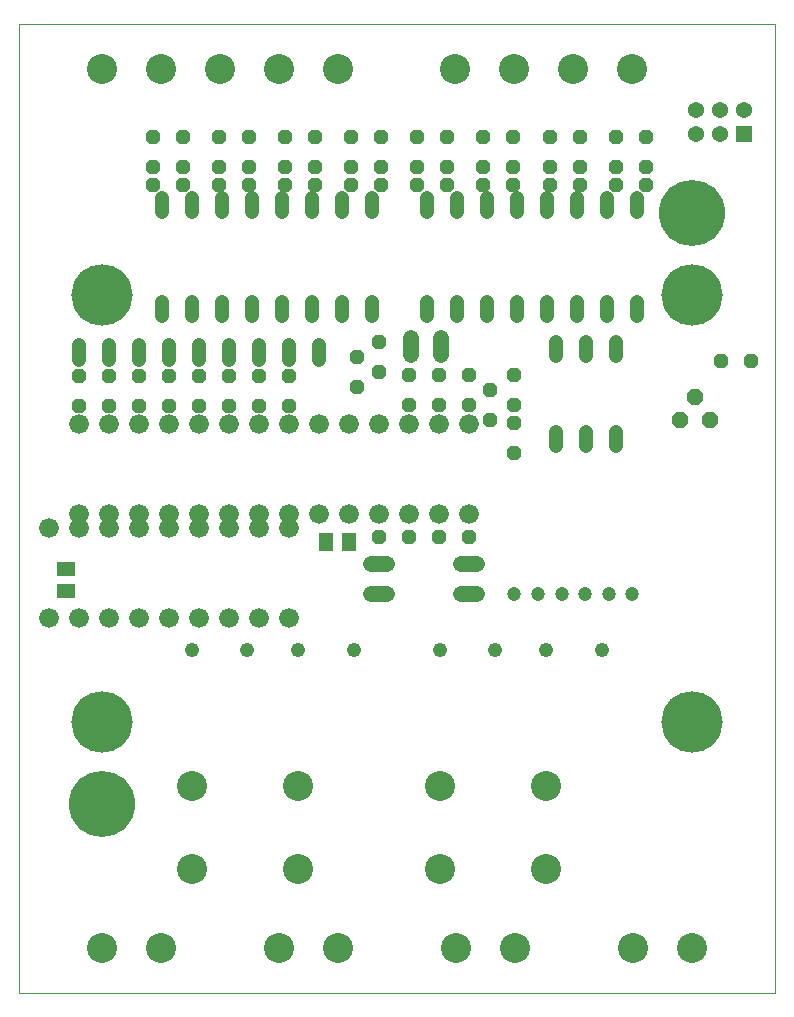
<source format=gbs>
G04 EAGLE Gerber RS-274X export*
G75*
%MOMM*%
%FSLAX34Y34*%
%LPD*%
%INStop Mask Bottom*%
%IPPOS*%
%AMOC8*
5,1,8,0,0,1.08239X$1,22.5*%
G01*
%ADD10C,0.000000*%
%ADD11C,2.500000*%
%ADD12C,2.200000*%
%ADD13C,2.540000*%
%ADD14C,5.200000*%
%ADD15C,5.600000*%
%ADD16R,1.300000X1.500000*%
%ADD17P,1.319650X8X292.500000*%
%ADD18P,1.319650X8X202.500000*%
%ADD19C,1.676400*%
%ADD20P,1.319650X8X112.500000*%
%ADD21C,1.219200*%
%ADD22C,1.219200*%
%ADD23C,1.333500*%
%ADD24C,1.350000*%
%ADD25C,1.950000*%
%ADD26P,1.319650X8X22.500000*%
%ADD27R,1.371600X1.371600*%
%ADD28C,1.371600*%
%ADD29C,1.371600*%
%ADD30P,1.461226X8X22.500000*%
%ADD31C,1.200000*%
%ADD32R,1.500000X1.300000*%


D10*
X0Y0D02*
X640000Y0D01*
X640000Y820000D01*
X0Y820000D01*
X0Y0D01*
X557500Y660000D02*
X557504Y660307D01*
X557515Y660613D01*
X557534Y660920D01*
X557560Y661225D01*
X557594Y661530D01*
X557635Y661834D01*
X557684Y662137D01*
X557740Y662439D01*
X557804Y662739D01*
X557875Y663037D01*
X557953Y663334D01*
X558038Y663629D01*
X558131Y663921D01*
X558231Y664211D01*
X558338Y664499D01*
X558452Y664784D01*
X558572Y665066D01*
X558700Y665344D01*
X558835Y665620D01*
X558976Y665892D01*
X559124Y666161D01*
X559278Y666426D01*
X559439Y666687D01*
X559607Y666945D01*
X559780Y667198D01*
X559960Y667446D01*
X560146Y667690D01*
X560337Y667930D01*
X560535Y668165D01*
X560738Y668394D01*
X560947Y668619D01*
X561161Y668839D01*
X561381Y669053D01*
X561606Y669262D01*
X561835Y669465D01*
X562070Y669663D01*
X562310Y669854D01*
X562554Y670040D01*
X562802Y670220D01*
X563055Y670393D01*
X563313Y670561D01*
X563574Y670722D01*
X563839Y670876D01*
X564108Y671024D01*
X564380Y671165D01*
X564656Y671300D01*
X564934Y671428D01*
X565216Y671548D01*
X565501Y671662D01*
X565789Y671769D01*
X566079Y671869D01*
X566371Y671962D01*
X566666Y672047D01*
X566963Y672125D01*
X567261Y672196D01*
X567561Y672260D01*
X567863Y672316D01*
X568166Y672365D01*
X568470Y672406D01*
X568775Y672440D01*
X569080Y672466D01*
X569387Y672485D01*
X569693Y672496D01*
X570000Y672500D01*
X570307Y672496D01*
X570613Y672485D01*
X570920Y672466D01*
X571225Y672440D01*
X571530Y672406D01*
X571834Y672365D01*
X572137Y672316D01*
X572439Y672260D01*
X572739Y672196D01*
X573037Y672125D01*
X573334Y672047D01*
X573629Y671962D01*
X573921Y671869D01*
X574211Y671769D01*
X574499Y671662D01*
X574784Y671548D01*
X575066Y671428D01*
X575344Y671300D01*
X575620Y671165D01*
X575892Y671024D01*
X576161Y670876D01*
X576426Y670722D01*
X576687Y670561D01*
X576945Y670393D01*
X577198Y670220D01*
X577446Y670040D01*
X577690Y669854D01*
X577930Y669663D01*
X578165Y669465D01*
X578394Y669262D01*
X578619Y669053D01*
X578839Y668839D01*
X579053Y668619D01*
X579262Y668394D01*
X579465Y668165D01*
X579663Y667930D01*
X579854Y667690D01*
X580040Y667446D01*
X580220Y667198D01*
X580393Y666945D01*
X580561Y666687D01*
X580722Y666426D01*
X580876Y666161D01*
X581024Y665892D01*
X581165Y665620D01*
X581300Y665344D01*
X581428Y665066D01*
X581548Y664784D01*
X581662Y664499D01*
X581769Y664211D01*
X581869Y663921D01*
X581962Y663629D01*
X582047Y663334D01*
X582125Y663037D01*
X582196Y662739D01*
X582260Y662439D01*
X582316Y662137D01*
X582365Y661834D01*
X582406Y661530D01*
X582440Y661225D01*
X582466Y660920D01*
X582485Y660613D01*
X582496Y660307D01*
X582500Y660000D01*
X582496Y659693D01*
X582485Y659387D01*
X582466Y659080D01*
X582440Y658775D01*
X582406Y658470D01*
X582365Y658166D01*
X582316Y657863D01*
X582260Y657561D01*
X582196Y657261D01*
X582125Y656963D01*
X582047Y656666D01*
X581962Y656371D01*
X581869Y656079D01*
X581769Y655789D01*
X581662Y655501D01*
X581548Y655216D01*
X581428Y654934D01*
X581300Y654656D01*
X581165Y654380D01*
X581024Y654108D01*
X580876Y653839D01*
X580722Y653574D01*
X580561Y653313D01*
X580393Y653055D01*
X580220Y652802D01*
X580040Y652554D01*
X579854Y652310D01*
X579663Y652070D01*
X579465Y651835D01*
X579262Y651606D01*
X579053Y651381D01*
X578839Y651161D01*
X578619Y650947D01*
X578394Y650738D01*
X578165Y650535D01*
X577930Y650337D01*
X577690Y650146D01*
X577446Y649960D01*
X577198Y649780D01*
X576945Y649607D01*
X576687Y649439D01*
X576426Y649278D01*
X576161Y649124D01*
X575892Y648976D01*
X575620Y648835D01*
X575344Y648700D01*
X575066Y648572D01*
X574784Y648452D01*
X574499Y648338D01*
X574211Y648231D01*
X573921Y648131D01*
X573629Y648038D01*
X573334Y647953D01*
X573037Y647875D01*
X572739Y647804D01*
X572439Y647740D01*
X572137Y647684D01*
X571834Y647635D01*
X571530Y647594D01*
X571225Y647560D01*
X570920Y647534D01*
X570613Y647515D01*
X570307Y647504D01*
X570000Y647500D01*
X569693Y647504D01*
X569387Y647515D01*
X569080Y647534D01*
X568775Y647560D01*
X568470Y647594D01*
X568166Y647635D01*
X567863Y647684D01*
X567561Y647740D01*
X567261Y647804D01*
X566963Y647875D01*
X566666Y647953D01*
X566371Y648038D01*
X566079Y648131D01*
X565789Y648231D01*
X565501Y648338D01*
X565216Y648452D01*
X564934Y648572D01*
X564656Y648700D01*
X564380Y648835D01*
X564108Y648976D01*
X563839Y649124D01*
X563574Y649278D01*
X563313Y649439D01*
X563055Y649607D01*
X562802Y649780D01*
X562554Y649960D01*
X562310Y650146D01*
X562070Y650337D01*
X561835Y650535D01*
X561606Y650738D01*
X561381Y650947D01*
X561161Y651161D01*
X560947Y651381D01*
X560738Y651606D01*
X560535Y651835D01*
X560337Y652070D01*
X560146Y652310D01*
X559960Y652554D01*
X559780Y652802D01*
X559607Y653055D01*
X559439Y653313D01*
X559278Y653574D01*
X559124Y653839D01*
X558976Y654108D01*
X558835Y654380D01*
X558700Y654656D01*
X558572Y654934D01*
X558452Y655216D01*
X558338Y655501D01*
X558231Y655789D01*
X558131Y656079D01*
X558038Y656371D01*
X557953Y656666D01*
X557875Y656963D01*
X557804Y657261D01*
X557740Y657561D01*
X557684Y657863D01*
X557635Y658166D01*
X557594Y658470D01*
X557560Y658775D01*
X557534Y659080D01*
X557515Y659387D01*
X557504Y659693D01*
X557500Y660000D01*
D11*
X570000Y660000D03*
D10*
X57500Y160000D02*
X57504Y160307D01*
X57515Y160613D01*
X57534Y160920D01*
X57560Y161225D01*
X57594Y161530D01*
X57635Y161834D01*
X57684Y162137D01*
X57740Y162439D01*
X57804Y162739D01*
X57875Y163037D01*
X57953Y163334D01*
X58038Y163629D01*
X58131Y163921D01*
X58231Y164211D01*
X58338Y164499D01*
X58452Y164784D01*
X58572Y165066D01*
X58700Y165344D01*
X58835Y165620D01*
X58976Y165892D01*
X59124Y166161D01*
X59278Y166426D01*
X59439Y166687D01*
X59607Y166945D01*
X59780Y167198D01*
X59960Y167446D01*
X60146Y167690D01*
X60337Y167930D01*
X60535Y168165D01*
X60738Y168394D01*
X60947Y168619D01*
X61161Y168839D01*
X61381Y169053D01*
X61606Y169262D01*
X61835Y169465D01*
X62070Y169663D01*
X62310Y169854D01*
X62554Y170040D01*
X62802Y170220D01*
X63055Y170393D01*
X63313Y170561D01*
X63574Y170722D01*
X63839Y170876D01*
X64108Y171024D01*
X64380Y171165D01*
X64656Y171300D01*
X64934Y171428D01*
X65216Y171548D01*
X65501Y171662D01*
X65789Y171769D01*
X66079Y171869D01*
X66371Y171962D01*
X66666Y172047D01*
X66963Y172125D01*
X67261Y172196D01*
X67561Y172260D01*
X67863Y172316D01*
X68166Y172365D01*
X68470Y172406D01*
X68775Y172440D01*
X69080Y172466D01*
X69387Y172485D01*
X69693Y172496D01*
X70000Y172500D01*
X70307Y172496D01*
X70613Y172485D01*
X70920Y172466D01*
X71225Y172440D01*
X71530Y172406D01*
X71834Y172365D01*
X72137Y172316D01*
X72439Y172260D01*
X72739Y172196D01*
X73037Y172125D01*
X73334Y172047D01*
X73629Y171962D01*
X73921Y171869D01*
X74211Y171769D01*
X74499Y171662D01*
X74784Y171548D01*
X75066Y171428D01*
X75344Y171300D01*
X75620Y171165D01*
X75892Y171024D01*
X76161Y170876D01*
X76426Y170722D01*
X76687Y170561D01*
X76945Y170393D01*
X77198Y170220D01*
X77446Y170040D01*
X77690Y169854D01*
X77930Y169663D01*
X78165Y169465D01*
X78394Y169262D01*
X78619Y169053D01*
X78839Y168839D01*
X79053Y168619D01*
X79262Y168394D01*
X79465Y168165D01*
X79663Y167930D01*
X79854Y167690D01*
X80040Y167446D01*
X80220Y167198D01*
X80393Y166945D01*
X80561Y166687D01*
X80722Y166426D01*
X80876Y166161D01*
X81024Y165892D01*
X81165Y165620D01*
X81300Y165344D01*
X81428Y165066D01*
X81548Y164784D01*
X81662Y164499D01*
X81769Y164211D01*
X81869Y163921D01*
X81962Y163629D01*
X82047Y163334D01*
X82125Y163037D01*
X82196Y162739D01*
X82260Y162439D01*
X82316Y162137D01*
X82365Y161834D01*
X82406Y161530D01*
X82440Y161225D01*
X82466Y160920D01*
X82485Y160613D01*
X82496Y160307D01*
X82500Y160000D01*
X82496Y159693D01*
X82485Y159387D01*
X82466Y159080D01*
X82440Y158775D01*
X82406Y158470D01*
X82365Y158166D01*
X82316Y157863D01*
X82260Y157561D01*
X82196Y157261D01*
X82125Y156963D01*
X82047Y156666D01*
X81962Y156371D01*
X81869Y156079D01*
X81769Y155789D01*
X81662Y155501D01*
X81548Y155216D01*
X81428Y154934D01*
X81300Y154656D01*
X81165Y154380D01*
X81024Y154108D01*
X80876Y153839D01*
X80722Y153574D01*
X80561Y153313D01*
X80393Y153055D01*
X80220Y152802D01*
X80040Y152554D01*
X79854Y152310D01*
X79663Y152070D01*
X79465Y151835D01*
X79262Y151606D01*
X79053Y151381D01*
X78839Y151161D01*
X78619Y150947D01*
X78394Y150738D01*
X78165Y150535D01*
X77930Y150337D01*
X77690Y150146D01*
X77446Y149960D01*
X77198Y149780D01*
X76945Y149607D01*
X76687Y149439D01*
X76426Y149278D01*
X76161Y149124D01*
X75892Y148976D01*
X75620Y148835D01*
X75344Y148700D01*
X75066Y148572D01*
X74784Y148452D01*
X74499Y148338D01*
X74211Y148231D01*
X73921Y148131D01*
X73629Y148038D01*
X73334Y147953D01*
X73037Y147875D01*
X72739Y147804D01*
X72439Y147740D01*
X72137Y147684D01*
X71834Y147635D01*
X71530Y147594D01*
X71225Y147560D01*
X70920Y147534D01*
X70613Y147515D01*
X70307Y147504D01*
X70000Y147500D01*
X69693Y147504D01*
X69387Y147515D01*
X69080Y147534D01*
X68775Y147560D01*
X68470Y147594D01*
X68166Y147635D01*
X67863Y147684D01*
X67561Y147740D01*
X67261Y147804D01*
X66963Y147875D01*
X66666Y147953D01*
X66371Y148038D01*
X66079Y148131D01*
X65789Y148231D01*
X65501Y148338D01*
X65216Y148452D01*
X64934Y148572D01*
X64656Y148700D01*
X64380Y148835D01*
X64108Y148976D01*
X63839Y149124D01*
X63574Y149278D01*
X63313Y149439D01*
X63055Y149607D01*
X62802Y149780D01*
X62554Y149960D01*
X62310Y150146D01*
X62070Y150337D01*
X61835Y150535D01*
X61606Y150738D01*
X61381Y150947D01*
X61161Y151161D01*
X60947Y151381D01*
X60738Y151606D01*
X60535Y151835D01*
X60337Y152070D01*
X60146Y152310D01*
X59960Y152554D01*
X59780Y152802D01*
X59607Y153055D01*
X59439Y153313D01*
X59278Y153574D01*
X59124Y153839D01*
X58976Y154108D01*
X58835Y154380D01*
X58700Y154656D01*
X58572Y154934D01*
X58452Y155216D01*
X58338Y155501D01*
X58231Y155789D01*
X58131Y156079D01*
X58038Y156371D01*
X57953Y156666D01*
X57875Y156963D01*
X57804Y157261D01*
X57740Y157561D01*
X57684Y157863D01*
X57635Y158166D01*
X57594Y158470D01*
X57560Y158775D01*
X57534Y159080D01*
X57515Y159387D01*
X57504Y159693D01*
X57500Y160000D01*
D11*
X70000Y160000D03*
D10*
X559000Y591000D02*
X559003Y591270D01*
X559013Y591540D01*
X559030Y591809D01*
X559053Y592078D01*
X559083Y592347D01*
X559119Y592614D01*
X559162Y592881D01*
X559211Y593146D01*
X559267Y593410D01*
X559330Y593673D01*
X559398Y593934D01*
X559474Y594193D01*
X559555Y594450D01*
X559643Y594706D01*
X559737Y594959D01*
X559837Y595210D01*
X559944Y595458D01*
X560056Y595703D01*
X560175Y595946D01*
X560299Y596185D01*
X560429Y596422D01*
X560565Y596655D01*
X560707Y596885D01*
X560854Y597111D01*
X561007Y597334D01*
X561165Y597553D01*
X561328Y597768D01*
X561497Y597978D01*
X561671Y598185D01*
X561850Y598387D01*
X562033Y598585D01*
X562222Y598778D01*
X562415Y598967D01*
X562613Y599150D01*
X562815Y599329D01*
X563022Y599503D01*
X563232Y599672D01*
X563447Y599835D01*
X563666Y599993D01*
X563889Y600146D01*
X564115Y600293D01*
X564345Y600435D01*
X564578Y600571D01*
X564815Y600701D01*
X565054Y600825D01*
X565297Y600944D01*
X565542Y601056D01*
X565790Y601163D01*
X566041Y601263D01*
X566294Y601357D01*
X566550Y601445D01*
X566807Y601526D01*
X567066Y601602D01*
X567327Y601670D01*
X567590Y601733D01*
X567854Y601789D01*
X568119Y601838D01*
X568386Y601881D01*
X568653Y601917D01*
X568922Y601947D01*
X569191Y601970D01*
X569460Y601987D01*
X569730Y601997D01*
X570000Y602000D01*
X570270Y601997D01*
X570540Y601987D01*
X570809Y601970D01*
X571078Y601947D01*
X571347Y601917D01*
X571614Y601881D01*
X571881Y601838D01*
X572146Y601789D01*
X572410Y601733D01*
X572673Y601670D01*
X572934Y601602D01*
X573193Y601526D01*
X573450Y601445D01*
X573706Y601357D01*
X573959Y601263D01*
X574210Y601163D01*
X574458Y601056D01*
X574703Y600944D01*
X574946Y600825D01*
X575185Y600701D01*
X575422Y600571D01*
X575655Y600435D01*
X575885Y600293D01*
X576111Y600146D01*
X576334Y599993D01*
X576553Y599835D01*
X576768Y599672D01*
X576978Y599503D01*
X577185Y599329D01*
X577387Y599150D01*
X577585Y598967D01*
X577778Y598778D01*
X577967Y598585D01*
X578150Y598387D01*
X578329Y598185D01*
X578503Y597978D01*
X578672Y597768D01*
X578835Y597553D01*
X578993Y597334D01*
X579146Y597111D01*
X579293Y596885D01*
X579435Y596655D01*
X579571Y596422D01*
X579701Y596185D01*
X579825Y595946D01*
X579944Y595703D01*
X580056Y595458D01*
X580163Y595210D01*
X580263Y594959D01*
X580357Y594706D01*
X580445Y594450D01*
X580526Y594193D01*
X580602Y593934D01*
X580670Y593673D01*
X580733Y593410D01*
X580789Y593146D01*
X580838Y592881D01*
X580881Y592614D01*
X580917Y592347D01*
X580947Y592078D01*
X580970Y591809D01*
X580987Y591540D01*
X580997Y591270D01*
X581000Y591000D01*
X580997Y590730D01*
X580987Y590460D01*
X580970Y590191D01*
X580947Y589922D01*
X580917Y589653D01*
X580881Y589386D01*
X580838Y589119D01*
X580789Y588854D01*
X580733Y588590D01*
X580670Y588327D01*
X580602Y588066D01*
X580526Y587807D01*
X580445Y587550D01*
X580357Y587294D01*
X580263Y587041D01*
X580163Y586790D01*
X580056Y586542D01*
X579944Y586297D01*
X579825Y586054D01*
X579701Y585815D01*
X579571Y585578D01*
X579435Y585345D01*
X579293Y585115D01*
X579146Y584889D01*
X578993Y584666D01*
X578835Y584447D01*
X578672Y584232D01*
X578503Y584022D01*
X578329Y583815D01*
X578150Y583613D01*
X577967Y583415D01*
X577778Y583222D01*
X577585Y583033D01*
X577387Y582850D01*
X577185Y582671D01*
X576978Y582497D01*
X576768Y582328D01*
X576553Y582165D01*
X576334Y582007D01*
X576111Y581854D01*
X575885Y581707D01*
X575655Y581565D01*
X575422Y581429D01*
X575185Y581299D01*
X574946Y581175D01*
X574703Y581056D01*
X574458Y580944D01*
X574210Y580837D01*
X573959Y580737D01*
X573706Y580643D01*
X573450Y580555D01*
X573193Y580474D01*
X572934Y580398D01*
X572673Y580330D01*
X572410Y580267D01*
X572146Y580211D01*
X571881Y580162D01*
X571614Y580119D01*
X571347Y580083D01*
X571078Y580053D01*
X570809Y580030D01*
X570540Y580013D01*
X570270Y580003D01*
X570000Y580000D01*
X569730Y580003D01*
X569460Y580013D01*
X569191Y580030D01*
X568922Y580053D01*
X568653Y580083D01*
X568386Y580119D01*
X568119Y580162D01*
X567854Y580211D01*
X567590Y580267D01*
X567327Y580330D01*
X567066Y580398D01*
X566807Y580474D01*
X566550Y580555D01*
X566294Y580643D01*
X566041Y580737D01*
X565790Y580837D01*
X565542Y580944D01*
X565297Y581056D01*
X565054Y581175D01*
X564815Y581299D01*
X564578Y581429D01*
X564345Y581565D01*
X564115Y581707D01*
X563889Y581854D01*
X563666Y582007D01*
X563447Y582165D01*
X563232Y582328D01*
X563022Y582497D01*
X562815Y582671D01*
X562613Y582850D01*
X562415Y583033D01*
X562222Y583222D01*
X562033Y583415D01*
X561850Y583613D01*
X561671Y583815D01*
X561497Y584022D01*
X561328Y584232D01*
X561165Y584447D01*
X561007Y584666D01*
X560854Y584889D01*
X560707Y585115D01*
X560565Y585345D01*
X560429Y585578D01*
X560299Y585815D01*
X560175Y586054D01*
X560056Y586297D01*
X559944Y586542D01*
X559837Y586790D01*
X559737Y587041D01*
X559643Y587294D01*
X559555Y587550D01*
X559474Y587807D01*
X559398Y588066D01*
X559330Y588327D01*
X559267Y588590D01*
X559211Y588854D01*
X559162Y589119D01*
X559119Y589386D01*
X559083Y589653D01*
X559053Y589922D01*
X559030Y590191D01*
X559013Y590460D01*
X559003Y590730D01*
X559000Y591000D01*
D12*
X570000Y591000D03*
D10*
X559000Y229000D02*
X559003Y229270D01*
X559013Y229540D01*
X559030Y229809D01*
X559053Y230078D01*
X559083Y230347D01*
X559119Y230614D01*
X559162Y230881D01*
X559211Y231146D01*
X559267Y231410D01*
X559330Y231673D01*
X559398Y231934D01*
X559474Y232193D01*
X559555Y232450D01*
X559643Y232706D01*
X559737Y232959D01*
X559837Y233210D01*
X559944Y233458D01*
X560056Y233703D01*
X560175Y233946D01*
X560299Y234185D01*
X560429Y234422D01*
X560565Y234655D01*
X560707Y234885D01*
X560854Y235111D01*
X561007Y235334D01*
X561165Y235553D01*
X561328Y235768D01*
X561497Y235978D01*
X561671Y236185D01*
X561850Y236387D01*
X562033Y236585D01*
X562222Y236778D01*
X562415Y236967D01*
X562613Y237150D01*
X562815Y237329D01*
X563022Y237503D01*
X563232Y237672D01*
X563447Y237835D01*
X563666Y237993D01*
X563889Y238146D01*
X564115Y238293D01*
X564345Y238435D01*
X564578Y238571D01*
X564815Y238701D01*
X565054Y238825D01*
X565297Y238944D01*
X565542Y239056D01*
X565790Y239163D01*
X566041Y239263D01*
X566294Y239357D01*
X566550Y239445D01*
X566807Y239526D01*
X567066Y239602D01*
X567327Y239670D01*
X567590Y239733D01*
X567854Y239789D01*
X568119Y239838D01*
X568386Y239881D01*
X568653Y239917D01*
X568922Y239947D01*
X569191Y239970D01*
X569460Y239987D01*
X569730Y239997D01*
X570000Y240000D01*
X570270Y239997D01*
X570540Y239987D01*
X570809Y239970D01*
X571078Y239947D01*
X571347Y239917D01*
X571614Y239881D01*
X571881Y239838D01*
X572146Y239789D01*
X572410Y239733D01*
X572673Y239670D01*
X572934Y239602D01*
X573193Y239526D01*
X573450Y239445D01*
X573706Y239357D01*
X573959Y239263D01*
X574210Y239163D01*
X574458Y239056D01*
X574703Y238944D01*
X574946Y238825D01*
X575185Y238701D01*
X575422Y238571D01*
X575655Y238435D01*
X575885Y238293D01*
X576111Y238146D01*
X576334Y237993D01*
X576553Y237835D01*
X576768Y237672D01*
X576978Y237503D01*
X577185Y237329D01*
X577387Y237150D01*
X577585Y236967D01*
X577778Y236778D01*
X577967Y236585D01*
X578150Y236387D01*
X578329Y236185D01*
X578503Y235978D01*
X578672Y235768D01*
X578835Y235553D01*
X578993Y235334D01*
X579146Y235111D01*
X579293Y234885D01*
X579435Y234655D01*
X579571Y234422D01*
X579701Y234185D01*
X579825Y233946D01*
X579944Y233703D01*
X580056Y233458D01*
X580163Y233210D01*
X580263Y232959D01*
X580357Y232706D01*
X580445Y232450D01*
X580526Y232193D01*
X580602Y231934D01*
X580670Y231673D01*
X580733Y231410D01*
X580789Y231146D01*
X580838Y230881D01*
X580881Y230614D01*
X580917Y230347D01*
X580947Y230078D01*
X580970Y229809D01*
X580987Y229540D01*
X580997Y229270D01*
X581000Y229000D01*
X580997Y228730D01*
X580987Y228460D01*
X580970Y228191D01*
X580947Y227922D01*
X580917Y227653D01*
X580881Y227386D01*
X580838Y227119D01*
X580789Y226854D01*
X580733Y226590D01*
X580670Y226327D01*
X580602Y226066D01*
X580526Y225807D01*
X580445Y225550D01*
X580357Y225294D01*
X580263Y225041D01*
X580163Y224790D01*
X580056Y224542D01*
X579944Y224297D01*
X579825Y224054D01*
X579701Y223815D01*
X579571Y223578D01*
X579435Y223345D01*
X579293Y223115D01*
X579146Y222889D01*
X578993Y222666D01*
X578835Y222447D01*
X578672Y222232D01*
X578503Y222022D01*
X578329Y221815D01*
X578150Y221613D01*
X577967Y221415D01*
X577778Y221222D01*
X577585Y221033D01*
X577387Y220850D01*
X577185Y220671D01*
X576978Y220497D01*
X576768Y220328D01*
X576553Y220165D01*
X576334Y220007D01*
X576111Y219854D01*
X575885Y219707D01*
X575655Y219565D01*
X575422Y219429D01*
X575185Y219299D01*
X574946Y219175D01*
X574703Y219056D01*
X574458Y218944D01*
X574210Y218837D01*
X573959Y218737D01*
X573706Y218643D01*
X573450Y218555D01*
X573193Y218474D01*
X572934Y218398D01*
X572673Y218330D01*
X572410Y218267D01*
X572146Y218211D01*
X571881Y218162D01*
X571614Y218119D01*
X571347Y218083D01*
X571078Y218053D01*
X570809Y218030D01*
X570540Y218013D01*
X570270Y218003D01*
X570000Y218000D01*
X569730Y218003D01*
X569460Y218013D01*
X569191Y218030D01*
X568922Y218053D01*
X568653Y218083D01*
X568386Y218119D01*
X568119Y218162D01*
X567854Y218211D01*
X567590Y218267D01*
X567327Y218330D01*
X567066Y218398D01*
X566807Y218474D01*
X566550Y218555D01*
X566294Y218643D01*
X566041Y218737D01*
X565790Y218837D01*
X565542Y218944D01*
X565297Y219056D01*
X565054Y219175D01*
X564815Y219299D01*
X564578Y219429D01*
X564345Y219565D01*
X564115Y219707D01*
X563889Y219854D01*
X563666Y220007D01*
X563447Y220165D01*
X563232Y220328D01*
X563022Y220497D01*
X562815Y220671D01*
X562613Y220850D01*
X562415Y221033D01*
X562222Y221222D01*
X562033Y221415D01*
X561850Y221613D01*
X561671Y221815D01*
X561497Y222022D01*
X561328Y222232D01*
X561165Y222447D01*
X561007Y222666D01*
X560854Y222889D01*
X560707Y223115D01*
X560565Y223345D01*
X560429Y223578D01*
X560299Y223815D01*
X560175Y224054D01*
X560056Y224297D01*
X559944Y224542D01*
X559837Y224790D01*
X559737Y225041D01*
X559643Y225294D01*
X559555Y225550D01*
X559474Y225807D01*
X559398Y226066D01*
X559330Y226327D01*
X559267Y226590D01*
X559211Y226854D01*
X559162Y227119D01*
X559119Y227386D01*
X559083Y227653D01*
X559053Y227922D01*
X559030Y228191D01*
X559013Y228460D01*
X559003Y228730D01*
X559000Y229000D01*
D12*
X570000Y229000D03*
D10*
X59000Y229000D02*
X59003Y229270D01*
X59013Y229540D01*
X59030Y229809D01*
X59053Y230078D01*
X59083Y230347D01*
X59119Y230614D01*
X59162Y230881D01*
X59211Y231146D01*
X59267Y231410D01*
X59330Y231673D01*
X59398Y231934D01*
X59474Y232193D01*
X59555Y232450D01*
X59643Y232706D01*
X59737Y232959D01*
X59837Y233210D01*
X59944Y233458D01*
X60056Y233703D01*
X60175Y233946D01*
X60299Y234185D01*
X60429Y234422D01*
X60565Y234655D01*
X60707Y234885D01*
X60854Y235111D01*
X61007Y235334D01*
X61165Y235553D01*
X61328Y235768D01*
X61497Y235978D01*
X61671Y236185D01*
X61850Y236387D01*
X62033Y236585D01*
X62222Y236778D01*
X62415Y236967D01*
X62613Y237150D01*
X62815Y237329D01*
X63022Y237503D01*
X63232Y237672D01*
X63447Y237835D01*
X63666Y237993D01*
X63889Y238146D01*
X64115Y238293D01*
X64345Y238435D01*
X64578Y238571D01*
X64815Y238701D01*
X65054Y238825D01*
X65297Y238944D01*
X65542Y239056D01*
X65790Y239163D01*
X66041Y239263D01*
X66294Y239357D01*
X66550Y239445D01*
X66807Y239526D01*
X67066Y239602D01*
X67327Y239670D01*
X67590Y239733D01*
X67854Y239789D01*
X68119Y239838D01*
X68386Y239881D01*
X68653Y239917D01*
X68922Y239947D01*
X69191Y239970D01*
X69460Y239987D01*
X69730Y239997D01*
X70000Y240000D01*
X70270Y239997D01*
X70540Y239987D01*
X70809Y239970D01*
X71078Y239947D01*
X71347Y239917D01*
X71614Y239881D01*
X71881Y239838D01*
X72146Y239789D01*
X72410Y239733D01*
X72673Y239670D01*
X72934Y239602D01*
X73193Y239526D01*
X73450Y239445D01*
X73706Y239357D01*
X73959Y239263D01*
X74210Y239163D01*
X74458Y239056D01*
X74703Y238944D01*
X74946Y238825D01*
X75185Y238701D01*
X75422Y238571D01*
X75655Y238435D01*
X75885Y238293D01*
X76111Y238146D01*
X76334Y237993D01*
X76553Y237835D01*
X76768Y237672D01*
X76978Y237503D01*
X77185Y237329D01*
X77387Y237150D01*
X77585Y236967D01*
X77778Y236778D01*
X77967Y236585D01*
X78150Y236387D01*
X78329Y236185D01*
X78503Y235978D01*
X78672Y235768D01*
X78835Y235553D01*
X78993Y235334D01*
X79146Y235111D01*
X79293Y234885D01*
X79435Y234655D01*
X79571Y234422D01*
X79701Y234185D01*
X79825Y233946D01*
X79944Y233703D01*
X80056Y233458D01*
X80163Y233210D01*
X80263Y232959D01*
X80357Y232706D01*
X80445Y232450D01*
X80526Y232193D01*
X80602Y231934D01*
X80670Y231673D01*
X80733Y231410D01*
X80789Y231146D01*
X80838Y230881D01*
X80881Y230614D01*
X80917Y230347D01*
X80947Y230078D01*
X80970Y229809D01*
X80987Y229540D01*
X80997Y229270D01*
X81000Y229000D01*
X80997Y228730D01*
X80987Y228460D01*
X80970Y228191D01*
X80947Y227922D01*
X80917Y227653D01*
X80881Y227386D01*
X80838Y227119D01*
X80789Y226854D01*
X80733Y226590D01*
X80670Y226327D01*
X80602Y226066D01*
X80526Y225807D01*
X80445Y225550D01*
X80357Y225294D01*
X80263Y225041D01*
X80163Y224790D01*
X80056Y224542D01*
X79944Y224297D01*
X79825Y224054D01*
X79701Y223815D01*
X79571Y223578D01*
X79435Y223345D01*
X79293Y223115D01*
X79146Y222889D01*
X78993Y222666D01*
X78835Y222447D01*
X78672Y222232D01*
X78503Y222022D01*
X78329Y221815D01*
X78150Y221613D01*
X77967Y221415D01*
X77778Y221222D01*
X77585Y221033D01*
X77387Y220850D01*
X77185Y220671D01*
X76978Y220497D01*
X76768Y220328D01*
X76553Y220165D01*
X76334Y220007D01*
X76111Y219854D01*
X75885Y219707D01*
X75655Y219565D01*
X75422Y219429D01*
X75185Y219299D01*
X74946Y219175D01*
X74703Y219056D01*
X74458Y218944D01*
X74210Y218837D01*
X73959Y218737D01*
X73706Y218643D01*
X73450Y218555D01*
X73193Y218474D01*
X72934Y218398D01*
X72673Y218330D01*
X72410Y218267D01*
X72146Y218211D01*
X71881Y218162D01*
X71614Y218119D01*
X71347Y218083D01*
X71078Y218053D01*
X70809Y218030D01*
X70540Y218013D01*
X70270Y218003D01*
X70000Y218000D01*
X69730Y218003D01*
X69460Y218013D01*
X69191Y218030D01*
X68922Y218053D01*
X68653Y218083D01*
X68386Y218119D01*
X68119Y218162D01*
X67854Y218211D01*
X67590Y218267D01*
X67327Y218330D01*
X67066Y218398D01*
X66807Y218474D01*
X66550Y218555D01*
X66294Y218643D01*
X66041Y218737D01*
X65790Y218837D01*
X65542Y218944D01*
X65297Y219056D01*
X65054Y219175D01*
X64815Y219299D01*
X64578Y219429D01*
X64345Y219565D01*
X64115Y219707D01*
X63889Y219854D01*
X63666Y220007D01*
X63447Y220165D01*
X63232Y220328D01*
X63022Y220497D01*
X62815Y220671D01*
X62613Y220850D01*
X62415Y221033D01*
X62222Y221222D01*
X62033Y221415D01*
X61850Y221613D01*
X61671Y221815D01*
X61497Y222022D01*
X61328Y222232D01*
X61165Y222447D01*
X61007Y222666D01*
X60854Y222889D01*
X60707Y223115D01*
X60565Y223345D01*
X60429Y223578D01*
X60299Y223815D01*
X60175Y224054D01*
X60056Y224297D01*
X59944Y224542D01*
X59837Y224790D01*
X59737Y225041D01*
X59643Y225294D01*
X59555Y225550D01*
X59474Y225807D01*
X59398Y226066D01*
X59330Y226327D01*
X59267Y226590D01*
X59211Y226854D01*
X59162Y227119D01*
X59119Y227386D01*
X59083Y227653D01*
X59053Y227922D01*
X59030Y228191D01*
X59013Y228460D01*
X59003Y228730D01*
X59000Y229000D01*
D12*
X70000Y229000D03*
D10*
X59000Y591000D02*
X59003Y591270D01*
X59013Y591540D01*
X59030Y591809D01*
X59053Y592078D01*
X59083Y592347D01*
X59119Y592614D01*
X59162Y592881D01*
X59211Y593146D01*
X59267Y593410D01*
X59330Y593673D01*
X59398Y593934D01*
X59474Y594193D01*
X59555Y594450D01*
X59643Y594706D01*
X59737Y594959D01*
X59837Y595210D01*
X59944Y595458D01*
X60056Y595703D01*
X60175Y595946D01*
X60299Y596185D01*
X60429Y596422D01*
X60565Y596655D01*
X60707Y596885D01*
X60854Y597111D01*
X61007Y597334D01*
X61165Y597553D01*
X61328Y597768D01*
X61497Y597978D01*
X61671Y598185D01*
X61850Y598387D01*
X62033Y598585D01*
X62222Y598778D01*
X62415Y598967D01*
X62613Y599150D01*
X62815Y599329D01*
X63022Y599503D01*
X63232Y599672D01*
X63447Y599835D01*
X63666Y599993D01*
X63889Y600146D01*
X64115Y600293D01*
X64345Y600435D01*
X64578Y600571D01*
X64815Y600701D01*
X65054Y600825D01*
X65297Y600944D01*
X65542Y601056D01*
X65790Y601163D01*
X66041Y601263D01*
X66294Y601357D01*
X66550Y601445D01*
X66807Y601526D01*
X67066Y601602D01*
X67327Y601670D01*
X67590Y601733D01*
X67854Y601789D01*
X68119Y601838D01*
X68386Y601881D01*
X68653Y601917D01*
X68922Y601947D01*
X69191Y601970D01*
X69460Y601987D01*
X69730Y601997D01*
X70000Y602000D01*
X70270Y601997D01*
X70540Y601987D01*
X70809Y601970D01*
X71078Y601947D01*
X71347Y601917D01*
X71614Y601881D01*
X71881Y601838D01*
X72146Y601789D01*
X72410Y601733D01*
X72673Y601670D01*
X72934Y601602D01*
X73193Y601526D01*
X73450Y601445D01*
X73706Y601357D01*
X73959Y601263D01*
X74210Y601163D01*
X74458Y601056D01*
X74703Y600944D01*
X74946Y600825D01*
X75185Y600701D01*
X75422Y600571D01*
X75655Y600435D01*
X75885Y600293D01*
X76111Y600146D01*
X76334Y599993D01*
X76553Y599835D01*
X76768Y599672D01*
X76978Y599503D01*
X77185Y599329D01*
X77387Y599150D01*
X77585Y598967D01*
X77778Y598778D01*
X77967Y598585D01*
X78150Y598387D01*
X78329Y598185D01*
X78503Y597978D01*
X78672Y597768D01*
X78835Y597553D01*
X78993Y597334D01*
X79146Y597111D01*
X79293Y596885D01*
X79435Y596655D01*
X79571Y596422D01*
X79701Y596185D01*
X79825Y595946D01*
X79944Y595703D01*
X80056Y595458D01*
X80163Y595210D01*
X80263Y594959D01*
X80357Y594706D01*
X80445Y594450D01*
X80526Y594193D01*
X80602Y593934D01*
X80670Y593673D01*
X80733Y593410D01*
X80789Y593146D01*
X80838Y592881D01*
X80881Y592614D01*
X80917Y592347D01*
X80947Y592078D01*
X80970Y591809D01*
X80987Y591540D01*
X80997Y591270D01*
X81000Y591000D01*
X80997Y590730D01*
X80987Y590460D01*
X80970Y590191D01*
X80947Y589922D01*
X80917Y589653D01*
X80881Y589386D01*
X80838Y589119D01*
X80789Y588854D01*
X80733Y588590D01*
X80670Y588327D01*
X80602Y588066D01*
X80526Y587807D01*
X80445Y587550D01*
X80357Y587294D01*
X80263Y587041D01*
X80163Y586790D01*
X80056Y586542D01*
X79944Y586297D01*
X79825Y586054D01*
X79701Y585815D01*
X79571Y585578D01*
X79435Y585345D01*
X79293Y585115D01*
X79146Y584889D01*
X78993Y584666D01*
X78835Y584447D01*
X78672Y584232D01*
X78503Y584022D01*
X78329Y583815D01*
X78150Y583613D01*
X77967Y583415D01*
X77778Y583222D01*
X77585Y583033D01*
X77387Y582850D01*
X77185Y582671D01*
X76978Y582497D01*
X76768Y582328D01*
X76553Y582165D01*
X76334Y582007D01*
X76111Y581854D01*
X75885Y581707D01*
X75655Y581565D01*
X75422Y581429D01*
X75185Y581299D01*
X74946Y581175D01*
X74703Y581056D01*
X74458Y580944D01*
X74210Y580837D01*
X73959Y580737D01*
X73706Y580643D01*
X73450Y580555D01*
X73193Y580474D01*
X72934Y580398D01*
X72673Y580330D01*
X72410Y580267D01*
X72146Y580211D01*
X71881Y580162D01*
X71614Y580119D01*
X71347Y580083D01*
X71078Y580053D01*
X70809Y580030D01*
X70540Y580013D01*
X70270Y580003D01*
X70000Y580000D01*
X69730Y580003D01*
X69460Y580013D01*
X69191Y580030D01*
X68922Y580053D01*
X68653Y580083D01*
X68386Y580119D01*
X68119Y580162D01*
X67854Y580211D01*
X67590Y580267D01*
X67327Y580330D01*
X67066Y580398D01*
X66807Y580474D01*
X66550Y580555D01*
X66294Y580643D01*
X66041Y580737D01*
X65790Y580837D01*
X65542Y580944D01*
X65297Y581056D01*
X65054Y581175D01*
X64815Y581299D01*
X64578Y581429D01*
X64345Y581565D01*
X64115Y581707D01*
X63889Y581854D01*
X63666Y582007D01*
X63447Y582165D01*
X63232Y582328D01*
X63022Y582497D01*
X62815Y582671D01*
X62613Y582850D01*
X62415Y583033D01*
X62222Y583222D01*
X62033Y583415D01*
X61850Y583613D01*
X61671Y583815D01*
X61497Y584022D01*
X61328Y584232D01*
X61165Y584447D01*
X61007Y584666D01*
X60854Y584889D01*
X60707Y585115D01*
X60565Y585345D01*
X60429Y585578D01*
X60299Y585815D01*
X60175Y586054D01*
X60056Y586297D01*
X59944Y586542D01*
X59837Y586790D01*
X59737Y587041D01*
X59643Y587294D01*
X59555Y587550D01*
X59474Y587807D01*
X59398Y588066D01*
X59330Y588327D01*
X59267Y588590D01*
X59211Y588854D01*
X59162Y589119D01*
X59119Y589386D01*
X59083Y589653D01*
X59053Y589922D01*
X59030Y590191D01*
X59013Y590460D01*
X59003Y590730D01*
X59000Y591000D01*
D12*
X70000Y591000D03*
D13*
X370000Y38000D03*
X70000Y38000D03*
X120000Y38000D03*
X270000Y38000D03*
X220000Y38000D03*
X420000Y38000D03*
X520000Y38000D03*
X570000Y38000D03*
X70000Y782000D03*
X120000Y782000D03*
X170000Y782000D03*
X220000Y782000D03*
X270000Y782000D03*
X369000Y782000D03*
X419000Y782000D03*
X469000Y782000D03*
X519000Y782000D03*
X146500Y175000D03*
X236500Y175000D03*
X146500Y105000D03*
X236500Y105000D03*
X356500Y175000D03*
X446500Y175000D03*
X356500Y105000D03*
X446500Y105000D03*
D14*
X70000Y591000D03*
X70000Y229000D03*
X570000Y229000D03*
X570000Y591000D03*
D15*
X570000Y660000D03*
X70000Y160000D03*
D16*
X279200Y381500D03*
X260200Y381500D03*
D17*
X138700Y699300D03*
X138700Y724700D03*
D18*
X362700Y684000D03*
X337300Y684000D03*
D17*
X418700Y699300D03*
X418700Y724700D03*
D18*
X418700Y684000D03*
X393300Y684000D03*
D17*
X474700Y699300D03*
X474700Y724700D03*
D18*
X474700Y684000D03*
X449300Y684000D03*
D17*
X530700Y699300D03*
X530700Y724700D03*
D18*
X530700Y684000D03*
X505300Y684000D03*
X138700Y684000D03*
X113300Y684000D03*
D17*
X194700Y699300D03*
X194700Y724700D03*
D18*
X194700Y684000D03*
X169300Y684000D03*
D17*
X250700Y699300D03*
X250700Y724700D03*
D18*
X250700Y684000D03*
X225300Y684000D03*
D17*
X306700Y699300D03*
X306700Y724700D03*
D18*
X306700Y684000D03*
X281300Y684000D03*
D17*
X362700Y699300D03*
X362700Y724700D03*
D19*
X50600Y405400D03*
X76000Y405400D03*
X101400Y405400D03*
X126800Y405400D03*
X152200Y405400D03*
X177600Y405400D03*
X203000Y405400D03*
X228400Y405400D03*
X253800Y405400D03*
X279200Y405400D03*
X304600Y405400D03*
X330000Y405400D03*
X355400Y405400D03*
X380800Y405400D03*
X380800Y481600D03*
X355400Y481600D03*
X330000Y481600D03*
X304600Y481600D03*
X279200Y481600D03*
X253800Y481600D03*
X228400Y481600D03*
X203000Y481600D03*
X177600Y481600D03*
X152200Y481600D03*
X126800Y481600D03*
X101400Y481600D03*
X76000Y481600D03*
X50600Y481600D03*
X228400Y393100D03*
X203000Y393100D03*
X76000Y393100D03*
X50600Y393100D03*
X177600Y393100D03*
X152200Y393100D03*
X101400Y393100D03*
X126800Y393100D03*
X25200Y393100D03*
X25200Y316900D03*
X50600Y316900D03*
X76000Y316900D03*
X101400Y316900D03*
X126800Y316900D03*
X152200Y316900D03*
X177600Y316900D03*
X203000Y316900D03*
X228400Y316900D03*
D17*
X113300Y724700D03*
X113300Y699300D03*
X393300Y724700D03*
X393300Y699300D03*
X449300Y724700D03*
X449300Y699300D03*
X505300Y724700D03*
X505300Y699300D03*
X304600Y550700D03*
X304600Y525300D03*
X419000Y522700D03*
X419000Y497300D03*
X399000Y510600D03*
X399000Y485200D03*
D20*
X419000Y457300D03*
X419000Y482700D03*
D17*
X169300Y724700D03*
X169300Y699300D03*
X225300Y724700D03*
X225300Y699300D03*
X281300Y724700D03*
X281300Y699300D03*
X337300Y724700D03*
X337300Y699300D03*
D21*
X253800Y548296D02*
X253800Y536104D01*
X228400Y536104D02*
X228400Y548296D01*
X203000Y548296D02*
X203000Y536104D01*
X177600Y536104D02*
X177600Y548296D01*
X152200Y548296D02*
X152200Y536104D01*
X126800Y536104D02*
X126800Y548296D01*
X101400Y548296D02*
X101400Y536104D01*
X76000Y536104D02*
X76000Y548296D01*
X50600Y548296D02*
X50600Y536104D01*
X454600Y474896D02*
X454600Y462704D01*
X480000Y462704D02*
X480000Y474896D01*
X505400Y474896D02*
X505400Y462704D01*
X505400Y538904D02*
X505400Y551096D01*
X454600Y551096D02*
X454600Y538904D01*
X480000Y538904D02*
X480000Y551096D01*
D22*
X146500Y290000D03*
D23*
X146500Y175000D03*
D24*
X146500Y105000D03*
D22*
X193500Y290000D03*
X236500Y290000D03*
D23*
X236500Y175000D03*
D24*
X236500Y105000D03*
D22*
X283500Y290000D03*
X356500Y290000D03*
D23*
X356500Y175000D03*
D24*
X356500Y105000D03*
D22*
X403500Y290000D03*
X446500Y290000D03*
D23*
X446500Y175000D03*
D24*
X446500Y105000D03*
D22*
X493500Y290000D03*
D25*
X70000Y38000D03*
X120000Y38000D03*
X369000Y782000D03*
X419000Y782000D03*
X469000Y782000D03*
X519000Y782000D03*
X70000Y782000D03*
X120000Y782000D03*
X170000Y782000D03*
X220000Y782000D03*
X270000Y782000D03*
X220000Y38000D03*
X270000Y38000D03*
X370000Y38000D03*
X420000Y38000D03*
X520000Y38000D03*
X570000Y38000D03*
D20*
X228400Y496800D03*
X228400Y522200D03*
X203000Y496800D03*
X203000Y522200D03*
X177600Y496800D03*
X177600Y522200D03*
X126800Y496800D03*
X126800Y522200D03*
X101400Y496800D03*
X101400Y522200D03*
X76000Y496800D03*
X76000Y522200D03*
X50600Y496800D03*
X50600Y522200D03*
X152200Y496800D03*
X152200Y522200D03*
D26*
X304600Y386000D03*
X330000Y386000D03*
D18*
X380800Y386000D03*
X355400Y386000D03*
D27*
X613500Y727500D03*
D28*
X613500Y747500D03*
X593500Y727500D03*
X593500Y747500D03*
X573500Y727500D03*
X573500Y747500D03*
D20*
X380800Y497300D03*
X380800Y522700D03*
X355400Y497300D03*
X355400Y522700D03*
X330000Y497300D03*
X330000Y522700D03*
D21*
X298900Y661100D02*
X298900Y673292D01*
X273500Y673292D02*
X273500Y661100D01*
X146500Y661100D02*
X146500Y673292D01*
X121100Y673292D02*
X121100Y661100D01*
X248100Y661100D02*
X248100Y673292D01*
X222700Y673292D02*
X222700Y661100D01*
X171900Y661100D02*
X171900Y673292D01*
X197300Y673292D02*
X197300Y661100D01*
X121100Y584900D02*
X121100Y572708D01*
X146500Y572708D02*
X146500Y584900D01*
X171900Y584900D02*
X171900Y572708D01*
X197300Y572708D02*
X197300Y584900D01*
X222700Y584900D02*
X222700Y572708D01*
X248100Y572708D02*
X248100Y584900D01*
X273500Y584900D02*
X273500Y572708D01*
X298900Y572708D02*
X298900Y584900D01*
X522900Y661100D02*
X522900Y673292D01*
X497500Y673292D02*
X497500Y661100D01*
X370500Y661100D02*
X370500Y673292D01*
X345100Y673292D02*
X345100Y661100D01*
X472100Y661100D02*
X472100Y673292D01*
X446700Y673292D02*
X446700Y661100D01*
X395900Y661100D02*
X395900Y673292D01*
X421300Y673292D02*
X421300Y661100D01*
X345100Y584900D02*
X345100Y572708D01*
X370500Y572708D02*
X370500Y584900D01*
X395900Y584900D02*
X395900Y572708D01*
X421300Y572708D02*
X421300Y584900D01*
X446700Y584900D02*
X446700Y572708D01*
X472100Y572708D02*
X472100Y584900D01*
X497500Y584900D02*
X497500Y572708D01*
X522900Y572708D02*
X522900Y584900D01*
D17*
X286000Y538000D03*
X286000Y512600D03*
D29*
X297742Y337300D02*
X311458Y337300D01*
X311458Y362700D02*
X297742Y362700D01*
X373942Y337300D02*
X387658Y337300D01*
X387658Y362700D02*
X373942Y362700D01*
X357700Y540242D02*
X357700Y553958D01*
X332300Y553958D02*
X332300Y540242D01*
D18*
X620200Y535300D03*
X594800Y535300D03*
D30*
X559800Y485000D03*
X572500Y504050D03*
X585200Y485000D03*
D31*
X419500Y337300D03*
X439500Y337300D03*
X459500Y337300D03*
X479500Y337300D03*
X499500Y337300D03*
X519500Y337300D03*
D32*
X40000Y359000D03*
X40000Y340000D03*
M02*

</source>
